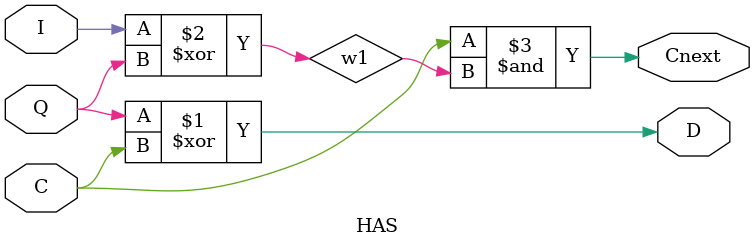
<source format=v>
module HAS (I, Q, C, D, Cnext);
  input I, Q, C;
  output D, Cnext;
  wire w1;
  xor x1 (D, Q, C);
  xor x2 (w1, I, Q);
  and a1 (Cnext, C, w1);
endmodule
</source>
